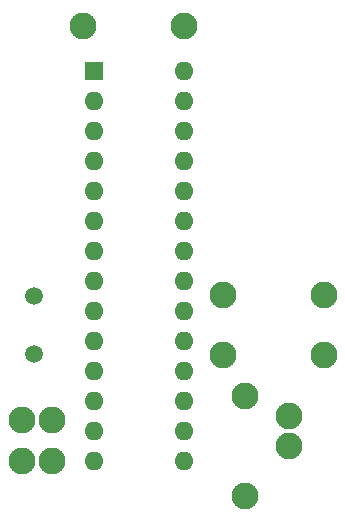
<source format=gbr>
%TF.GenerationSoftware,KiCad,Pcbnew,7.0.6-0*%
%TF.CreationDate,2023-07-24T12:55:41-04:00*%
%TF.ProjectId,Test_1_V1,54657374-5f31-45f5-9631-2e6b69636164,rev?*%
%TF.SameCoordinates,Original*%
%TF.FileFunction,Soldermask,Bot*%
%TF.FilePolarity,Negative*%
%FSLAX46Y46*%
G04 Gerber Fmt 4.6, Leading zero omitted, Abs format (unit mm)*
G04 Created by KiCad (PCBNEW 7.0.6-0) date 2023-07-24 12:55:41*
%MOMM*%
%LPD*%
G01*
G04 APERTURE LIST*
G04 Aperture macros list*
%AMFreePoly0*
4,1,35,0.312797,1.099367,0.509479,1.023172,0.688811,0.912134,0.844687,0.770034,0.971798,0.601712,1.065816,0.412899,1.123538,0.210026,1.143000,0.000000,1.123538,-0.210026,1.065816,-0.412899,0.971798,-0.601712,0.844687,-0.770034,0.688811,-0.912134,0.509479,-1.023172,0.312797,-1.099367,0.105463,-1.138124,-0.105463,-1.138124,-0.312797,-1.099367,-0.509479,-1.023172,-0.688811,-0.912134,
-0.844687,-0.770034,-0.971798,-0.601712,-1.065816,-0.412899,-1.123538,-0.210026,-1.143000,0.000000,-1.123538,0.210026,-1.065816,0.412899,-0.971798,0.601712,-0.844687,0.770034,-0.688811,0.912134,-0.509479,1.023172,-0.312797,1.099367,-0.105463,1.138124,0.105463,1.138124,0.312797,1.099367,0.312797,1.099367,$1*%
G04 Aperture macros list end*
%ADD10FreePoly0,0.000000*%
%ADD11FreePoly0,270.000000*%
%ADD12C,1.500000*%
%ADD13R,1.600000X1.600000*%
%ADD14O,1.600000X1.600000*%
G04 APERTURE END LIST*
D10*
%TO.C,R3*%
X143070000Y-111660000D03*
X151570000Y-111660000D03*
%TD*%
D11*
%TO.C,C1*%
X148590000Y-121920000D03*
X148590000Y-124460000D03*
%TD*%
D12*
%TO.C,16MHz1*%
X127000000Y-116640000D03*
X127000000Y-111760000D03*
%TD*%
D10*
%TO.C,C2*%
X126000000Y-125730000D03*
X128540000Y-125730000D03*
%TD*%
%TO.C,C3*%
X126000000Y-122230000D03*
X128540000Y-122230000D03*
%TD*%
%TO.C,R2*%
X143070000Y-116740000D03*
X151570000Y-116740000D03*
%TD*%
D13*
%TO.C,U1*%
X132080000Y-92695000D03*
D14*
X132080000Y-95235000D03*
X132080000Y-97775000D03*
X132080000Y-100315000D03*
X132080000Y-102855000D03*
X132080000Y-105395000D03*
X132080000Y-107935000D03*
X132080000Y-110475000D03*
X132080000Y-113015000D03*
X132080000Y-115555000D03*
X132080000Y-118095000D03*
X132080000Y-120635000D03*
X132080000Y-123175000D03*
X132080000Y-125715000D03*
X139700000Y-125715000D03*
X139700000Y-123175000D03*
X139700000Y-120635000D03*
X139700000Y-118095000D03*
X139700000Y-115555000D03*
X139700000Y-113015000D03*
X139700000Y-110475000D03*
X139700000Y-107935000D03*
X139700000Y-105395000D03*
X139700000Y-102855000D03*
X139700000Y-100315000D03*
X139700000Y-97775000D03*
X139700000Y-95235000D03*
X139700000Y-92695000D03*
%TD*%
D11*
%TO.C,R1*%
X144880000Y-120210000D03*
X144880000Y-128710000D03*
%TD*%
D10*
%TO.C,R4*%
X131200000Y-88900000D03*
X139700000Y-88900000D03*
%TD*%
M02*

</source>
